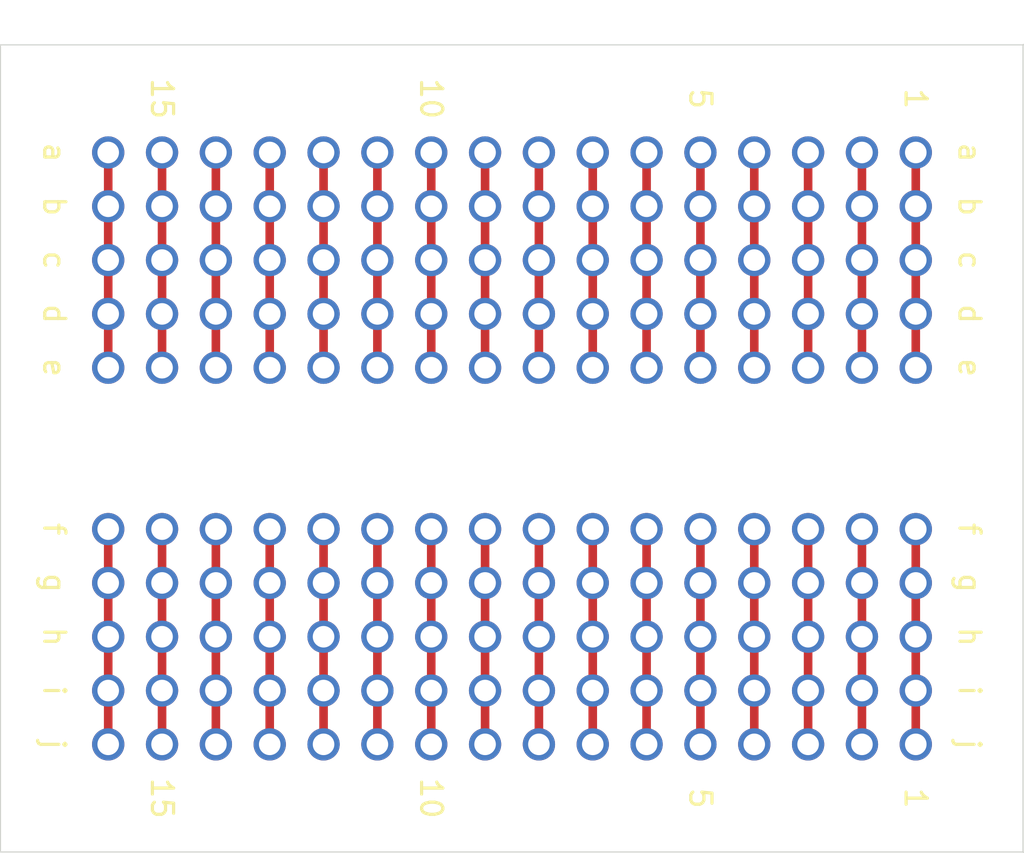
<source format=kicad_pcb>
(kicad_pcb (version 20171130) (host pcbnew 5.1.9-73d0e3b20d~88~ubuntu20.04.1)

  (general
    (thickness 1.6)
    (drawings 32)
    (tracks 32)
    (zones 0)
    (modules 3)
    (nets 1)
  )

  (page A4)
  (layers
    (0 F.Cu signal)
    (31 B.Cu signal)
    (32 B.Adhes user)
    (33 F.Adhes user)
    (34 B.Paste user)
    (35 F.Paste user)
    (36 B.SilkS user)
    (37 F.SilkS user)
    (38 B.Mask user)
    (39 F.Mask user)
    (40 Dwgs.User user)
    (41 Cmts.User user)
    (42 Eco1.User user)
    (43 Eco2.User user)
    (44 Edge.Cuts user)
    (45 Margin user)
    (46 B.CrtYd user)
    (47 F.CrtYd user)
    (48 B.Fab user)
    (49 F.Fab user)
  )

  (setup
    (last_trace_width 0.4064)
    (trace_clearance 0.2032)
    (zone_clearance 0.508)
    (zone_45_only no)
    (trace_min 0.2032)
    (via_size 0.8128)
    (via_drill 0.4064)
    (via_min_size 0.4064)
    (via_min_drill 0.3048)
    (uvia_size 0.3048)
    (uvia_drill 0.1016)
    (uvias_allowed no)
    (uvia_min_size 0.2032)
    (uvia_min_drill 0.1016)
    (edge_width 0.05)
    (segment_width 0.2)
    (pcb_text_width 0.3)
    (pcb_text_size 1.5 1.5)
    (mod_edge_width 0.12)
    (mod_text_size 1 1)
    (mod_text_width 0.15)
    (pad_size 1.524 1.524)
    (pad_drill 0.762)
    (pad_to_mask_clearance 0)
    (aux_axis_origin 0 0)
    (visible_elements FFFFFF7F)
    (pcbplotparams
      (layerselection 0x010fc_ffffffff)
      (usegerberextensions false)
      (usegerberattributes true)
      (usegerberadvancedattributes true)
      (creategerberjobfile true)
      (excludeedgelayer true)
      (linewidth 0.100000)
      (plotframeref false)
      (viasonmask false)
      (mode 1)
      (useauxorigin false)
      (hpglpennumber 1)
      (hpglpenspeed 20)
      (hpglpendiameter 15.000000)
      (psnegative false)
      (psa4output false)
      (plotreference true)
      (plotvalue true)
      (plotinvisibletext false)
      (padsonsilk false)
      (subtractmaskfromsilk false)
      (outputformat 1)
      (mirror false)
      (drillshape 0)
      (scaleselection 1)
      (outputdirectory "out/"))
  )

  (net 0 "")

  (net_class Default "This is the default net class."
    (clearance 0.2032)
    (trace_width 0.4064)
    (via_dia 0.8128)
    (via_drill 0.4064)
    (uvia_dia 0.3048)
    (uvia_drill 0.1016)
    (diff_pair_width 0.2032)
    (diff_pair_gap 0.2032)
  )

  (module ProtoPCBs:ProtoPCB_16_No_Rails (layer F.Cu) (tedit 6011E029) (tstamp 601333F0)
    (at 193.04 66.04)
    (fp_text reference REF** (at 0 -7.62) (layer F.SilkS) hide
      (effects (font (size 1 1) (thickness 0.15)))
    )
    (fp_text value ProtoPCB_16_No_Rails (at 3.81 -6.35) (layer F.Fab)
      (effects (font (size 1 1) (thickness 0.15)))
    )
    (pad 1 thru_hole circle (at 0 17.78) (size 1.524 1.524) (drill 1.016) (layers *.Cu *.Mask))
    (pad 1 thru_hole circle (at 0 27.94) (size 1.524 1.524) (drill 1.016) (layers *.Cu *.Mask))
    (pad 1 thru_hole circle (at 10.16 20.32) (size 1.524 1.524) (drill 1.016) (layers *.Cu *.Mask))
    (pad 1 thru_hole circle (at 35.56 27.94) (size 1.524 1.524) (drill 1.016) (layers *.Cu *.Mask))
    (pad 1 thru_hole circle (at 35.56 22.86) (size 1.524 1.524) (drill 1.016) (layers *.Cu *.Mask))
    (pad 1 thru_hole circle (at 33.02 17.78) (size 1.524 1.524) (drill 1.016) (layers *.Cu *.Mask))
    (pad 1 thru_hole circle (at 22.86 27.94) (size 1.524 1.524) (drill 1.016) (layers *.Cu *.Mask))
    (pad 1 thru_hole circle (at 12.7 20.32) (size 1.524 1.524) (drill 1.016) (layers *.Cu *.Mask))
    (pad 1 thru_hole circle (at 20.32 22.86) (size 1.524 1.524) (drill 1.016) (layers *.Cu *.Mask))
    (pad 1 thru_hole circle (at 30.48 17.78) (size 1.524 1.524) (drill 1.016) (layers *.Cu *.Mask))
    (pad 1 thru_hole circle (at 38.1 25.4) (size 1.524 1.524) (drill 1.016) (layers *.Cu *.Mask))
    (pad 1 thru_hole circle (at 0 20.32) (size 1.524 1.524) (drill 1.016) (layers *.Cu *.Mask))
    (pad 1 thru_hole circle (at 20.32 20.32) (size 1.524 1.524) (drill 1.016) (layers *.Cu *.Mask))
    (pad 1 thru_hole circle (at 20.32 27.94) (size 1.524 1.524) (drill 1.016) (layers *.Cu *.Mask))
    (pad 1 thru_hole circle (at 27.94 25.4) (size 1.524 1.524) (drill 1.016) (layers *.Cu *.Mask))
    (pad 1 thru_hole circle (at 27.94 27.94) (size 1.524 1.524) (drill 1.016) (layers *.Cu *.Mask))
    (pad 1 thru_hole circle (at 12.7 17.78) (size 1.524 1.524) (drill 1.016) (layers *.Cu *.Mask))
    (pad 1 thru_hole circle (at 27.94 20.32) (size 1.524 1.524) (drill 1.016) (layers *.Cu *.Mask))
    (pad 1 thru_hole circle (at 2.54 27.94) (size 1.524 1.524) (drill 1.016) (layers *.Cu *.Mask))
    (pad 1 thru_hole circle (at 5.08 22.86) (size 1.524 1.524) (drill 1.016) (layers *.Cu *.Mask))
    (pad 1 thru_hole circle (at 33.02 22.86) (size 1.524 1.524) (drill 1.016) (layers *.Cu *.Mask))
    (pad 1 thru_hole circle (at 20.32 25.4) (size 1.524 1.524) (drill 1.016) (layers *.Cu *.Mask))
    (pad 1 thru_hole circle (at 38.1 20.32) (size 1.524 1.524) (drill 1.016) (layers *.Cu *.Mask))
    (pad 1 thru_hole circle (at 25.4 20.32) (size 1.524 1.524) (drill 1.016) (layers *.Cu *.Mask))
    (pad 1 thru_hole circle (at 15.24 25.4) (size 1.524 1.524) (drill 1.016) (layers *.Cu *.Mask))
    (pad 1 thru_hole circle (at 38.1 27.94) (size 1.524 1.524) (drill 1.016) (layers *.Cu *.Mask))
    (pad 1 thru_hole circle (at 30.48 25.4) (size 1.524 1.524) (drill 1.016) (layers *.Cu *.Mask))
    (pad 1 thru_hole circle (at 30.48 27.94) (size 1.524 1.524) (drill 1.016) (layers *.Cu *.Mask))
    (pad 1 thru_hole circle (at 25.4 27.94) (size 1.524 1.524) (drill 1.016) (layers *.Cu *.Mask))
    (pad 1 thru_hole circle (at 10.16 22.86) (size 1.524 1.524) (drill 1.016) (layers *.Cu *.Mask))
    (pad 1 thru_hole circle (at 7.62 22.86) (size 1.524 1.524) (drill 1.016) (layers *.Cu *.Mask))
    (pad 1 thru_hole circle (at 15.24 17.78) (size 1.524 1.524) (drill 1.016) (layers *.Cu *.Mask))
    (pad 1 thru_hole circle (at 22.86 17.78) (size 1.524 1.524) (drill 1.016) (layers *.Cu *.Mask))
    (pad 1 thru_hole circle (at 25.4 25.4) (size 1.524 1.524) (drill 1.016) (layers *.Cu *.Mask))
    (pad 1 thru_hole circle (at 25.4 22.86) (size 1.524 1.524) (drill 1.016) (layers *.Cu *.Mask))
    (pad 1 thru_hole circle (at 35.56 25.4) (size 1.524 1.524) (drill 1.016) (layers *.Cu *.Mask))
    (pad 1 thru_hole circle (at 27.94 17.78) (size 1.524 1.524) (drill 1.016) (layers *.Cu *.Mask))
    (pad 1 thru_hole circle (at 22.86 25.4) (size 1.524 1.524) (drill 1.016) (layers *.Cu *.Mask))
    (pad 1 thru_hole circle (at 7.62 25.4) (size 1.524 1.524) (drill 1.016) (layers *.Cu *.Mask))
    (pad 1 thru_hole circle (at 27.94 22.86) (size 1.524 1.524) (drill 1.016) (layers *.Cu *.Mask))
    (pad 1 thru_hole circle (at 35.56 17.78) (size 1.524 1.524) (drill 1.016) (layers *.Cu *.Mask))
    (pad 1 thru_hole circle (at 7.62 27.94) (size 1.524 1.524) (drill 1.016) (layers *.Cu *.Mask))
    (pad 1 thru_hole circle (at 22.86 22.86) (size 1.524 1.524) (drill 1.016) (layers *.Cu *.Mask))
    (pad 1 thru_hole circle (at 38.1 17.78) (size 1.524 1.524) (drill 1.016) (layers *.Cu *.Mask))
    (pad 1 thru_hole circle (at 15.24 27.94) (size 1.524 1.524) (drill 1.016) (layers *.Cu *.Mask))
    (pad 1 thru_hole circle (at 15.24 22.86) (size 1.524 1.524) (drill 1.016) (layers *.Cu *.Mask))
    (pad 1 thru_hole circle (at 10.16 17.78) (size 1.524 1.524) (drill 1.016) (layers *.Cu *.Mask))
    (pad 1 thru_hole circle (at 17.78 25.4) (size 1.524 1.524) (drill 1.016) (layers *.Cu *.Mask))
    (pad 1 thru_hole circle (at 7.62 17.78) (size 1.524 1.524) (drill 1.016) (layers *.Cu *.Mask))
    (pad 1 thru_hole circle (at 22.86 20.32) (size 1.524 1.524) (drill 1.016) (layers *.Cu *.Mask))
    (pad 1 thru_hole circle (at 2.54 25.4) (size 1.524 1.524) (drill 1.016) (layers *.Cu *.Mask))
    (pad 1 thru_hole circle (at 12.7 25.4) (size 1.524 1.524) (drill 1.016) (layers *.Cu *.Mask))
    (pad 1 thru_hole circle (at 30.48 20.32) (size 1.524 1.524) (drill 1.016) (layers *.Cu *.Mask))
    (pad 1 thru_hole circle (at 33.02 20.32) (size 1.524 1.524) (drill 1.016) (layers *.Cu *.Mask))
    (pad 1 thru_hole circle (at 20.32 17.78) (size 1.524 1.524) (drill 1.016) (layers *.Cu *.Mask))
    (pad 1 thru_hole circle (at 35.56 20.32) (size 1.524 1.524) (drill 1.016) (layers *.Cu *.Mask))
    (pad 1 thru_hole circle (at 33.02 27.94) (size 1.524 1.524) (drill 1.016) (layers *.Cu *.Mask))
    (pad 1 thru_hole circle (at 5.08 17.78) (size 1.524 1.524) (drill 1.016) (layers *.Cu *.Mask))
    (pad 1 thru_hole circle (at 2.54 22.86) (size 1.524 1.524) (drill 1.016) (layers *.Cu *.Mask))
    (pad 1 thru_hole circle (at 17.78 17.78) (size 1.524 1.524) (drill 1.016) (layers *.Cu *.Mask))
    (pad 1 thru_hole circle (at 0 25.4) (size 1.524 1.524) (drill 1.016) (layers *.Cu *.Mask))
    (pad 1 thru_hole circle (at 17.78 20.32) (size 1.524 1.524) (drill 1.016) (layers *.Cu *.Mask))
    (pad 1 thru_hole circle (at 38.1 22.86) (size 1.524 1.524) (drill 1.016) (layers *.Cu *.Mask))
    (pad 1 thru_hole circle (at 15.24 20.32) (size 1.524 1.524) (drill 1.016) (layers *.Cu *.Mask))
    (pad 1 thru_hole circle (at 30.48 22.86) (size 1.524 1.524) (drill 1.016) (layers *.Cu *.Mask))
    (pad 1 thru_hole circle (at 12.7 27.94) (size 1.524 1.524) (drill 1.016) (layers *.Cu *.Mask))
    (pad 1 thru_hole circle (at 12.7 22.86) (size 1.524 1.524) (drill 1.016) (layers *.Cu *.Mask))
    (pad 1 thru_hole circle (at 2.54 20.32) (size 1.524 1.524) (drill 1.016) (layers *.Cu *.Mask))
    (pad 1 thru_hole circle (at 5.08 27.94) (size 1.524 1.524) (drill 1.016) (layers *.Cu *.Mask))
    (pad 1 thru_hole circle (at 17.78 27.94) (size 1.524 1.524) (drill 1.016) (layers *.Cu *.Mask))
    (pad 1 thru_hole circle (at 17.78 22.86) (size 1.524 1.524) (drill 1.016) (layers *.Cu *.Mask))
    (pad 1 thru_hole circle (at 33.02 25.4) (size 1.524 1.524) (drill 1.016) (layers *.Cu *.Mask))
    (pad 1 thru_hole circle (at 25.4 17.78) (size 1.524 1.524) (drill 1.016) (layers *.Cu *.Mask))
    (pad 1 thru_hole circle (at 10.16 27.94) (size 1.524 1.524) (drill 1.016) (layers *.Cu *.Mask))
    (pad 1 thru_hole circle (at 0 22.86) (size 1.524 1.524) (drill 1.016) (layers *.Cu *.Mask))
    (pad 1 thru_hole circle (at 5.08 20.32) (size 1.524 1.524) (drill 1.016) (layers *.Cu *.Mask))
    (pad 1 thru_hole circle (at 7.62 20.32) (size 1.524 1.524) (drill 1.016) (layers *.Cu *.Mask))
    (pad 1 thru_hole circle (at 2.54 17.78) (size 1.524 1.524) (drill 1.016) (layers *.Cu *.Mask))
    (pad 1 thru_hole circle (at 5.08 25.4) (size 1.524 1.524) (drill 1.016) (layers *.Cu *.Mask))
    (pad 1 thru_hole circle (at 10.16 25.4) (size 1.524 1.524) (drill 1.016) (layers *.Cu *.Mask))
    (pad 1 thru_hole circle (at 20.32 0) (size 1.524 1.524) (drill 1.016) (layers *.Cu *.Mask))
    (pad 1 thru_hole circle (at 20.32 10.16) (size 1.524 1.524) (drill 1.016) (layers *.Cu *.Mask))
    (pad 1 thru_hole circle (at 30.48 2.54) (size 1.524 1.524) (drill 1.016) (layers *.Cu *.Mask))
    (pad 1 thru_hole circle (at 33.02 2.54) (size 1.524 1.524) (drill 1.016) (layers *.Cu *.Mask))
    (pad 1 thru_hole circle (at 20.32 2.54) (size 1.524 1.524) (drill 1.016) (layers *.Cu *.Mask))
    (pad 1 thru_hole circle (at 33.02 0) (size 1.524 1.524) (drill 1.016) (layers *.Cu *.Mask))
    (pad 1 thru_hole circle (at 22.86 10.16) (size 1.524 1.524) (drill 1.016) (layers *.Cu *.Mask))
    (pad 1 thru_hole circle (at 25.4 5.08) (size 1.524 1.524) (drill 1.016) (layers *.Cu *.Mask))
    (pad 1 thru_hole circle (at 35.56 7.62) (size 1.524 1.524) (drill 1.016) (layers *.Cu *.Mask))
    (pad 1 thru_hole circle (at 30.48 5.08) (size 1.524 1.524) (drill 1.016) (layers *.Cu *.Mask))
    (pad 1 thru_hole circle (at 27.94 5.08) (size 1.524 1.524) (drill 1.016) (layers *.Cu *.Mask))
    (pad 1 thru_hole circle (at 35.56 0) (size 1.524 1.524) (drill 1.016) (layers *.Cu *.Mask))
    (pad 1 thru_hole circle (at 27.94 7.62) (size 1.524 1.524) (drill 1.016) (layers *.Cu *.Mask))
    (pad 1 thru_hole circle (at 27.94 10.16) (size 1.524 1.524) (drill 1.016) (layers *.Cu *.Mask))
    (pad 1 thru_hole circle (at 35.56 10.16) (size 1.524 1.524) (drill 1.016) (layers *.Cu *.Mask))
    (pad 1 thru_hole circle (at 35.56 5.08) (size 1.524 1.524) (drill 1.016) (layers *.Cu *.Mask))
    (pad 1 thru_hole circle (at 30.48 0) (size 1.524 1.524) (drill 1.016) (layers *.Cu *.Mask))
    (pad 1 thru_hole circle (at 38.1 7.62) (size 1.524 1.524) (drill 1.016) (layers *.Cu *.Mask))
    (pad 1 thru_hole circle (at 27.94 0) (size 1.524 1.524) (drill 1.016) (layers *.Cu *.Mask))
    (pad 1 thru_hole circle (at 22.86 7.62) (size 1.524 1.524) (drill 1.016) (layers *.Cu *.Mask))
    (pad 1 thru_hole circle (at 33.02 7.62) (size 1.524 1.524) (drill 1.016) (layers *.Cu *.Mask))
    (pad 1 thru_hole circle (at 25.4 0) (size 1.524 1.524) (drill 1.016) (layers *.Cu *.Mask))
    (pad 1 thru_hole circle (at 22.86 5.08) (size 1.524 1.524) (drill 1.016) (layers *.Cu *.Mask))
    (pad 1 thru_hole circle (at 38.1 0) (size 1.524 1.524) (drill 1.016) (layers *.Cu *.Mask))
    (pad 1 thru_hole circle (at 20.32 7.62) (size 1.524 1.524) (drill 1.016) (layers *.Cu *.Mask))
    (pad 1 thru_hole circle (at 38.1 2.54) (size 1.524 1.524) (drill 1.016) (layers *.Cu *.Mask))
    (pad 1 thru_hole circle (at 35.56 2.54) (size 1.524 1.524) (drill 1.016) (layers *.Cu *.Mask))
    (pad 1 thru_hole circle (at 33.02 10.16) (size 1.524 1.524) (drill 1.016) (layers *.Cu *.Mask))
    (pad 1 thru_hole circle (at 33.02 5.08) (size 1.524 1.524) (drill 1.016) (layers *.Cu *.Mask))
    (pad 1 thru_hole circle (at 22.86 2.54) (size 1.524 1.524) (drill 1.016) (layers *.Cu *.Mask))
    (pad 1 thru_hole circle (at 25.4 10.16) (size 1.524 1.524) (drill 1.016) (layers *.Cu *.Mask))
    (pad 1 thru_hole circle (at 38.1 10.16) (size 1.524 1.524) (drill 1.016) (layers *.Cu *.Mask))
    (pad 1 thru_hole circle (at 38.1 5.08) (size 1.524 1.524) (drill 1.016) (layers *.Cu *.Mask))
    (pad 1 thru_hole circle (at 30.48 10.16) (size 1.524 1.524) (drill 1.016) (layers *.Cu *.Mask))
    (pad 1 thru_hole circle (at 20.32 5.08) (size 1.524 1.524) (drill 1.016) (layers *.Cu *.Mask))
    (pad 1 thru_hole circle (at 25.4 2.54) (size 1.524 1.524) (drill 1.016) (layers *.Cu *.Mask))
    (pad 1 thru_hole circle (at 27.94 2.54) (size 1.524 1.524) (drill 1.016) (layers *.Cu *.Mask))
    (pad 1 thru_hole circle (at 22.86 0) (size 1.524 1.524) (drill 1.016) (layers *.Cu *.Mask))
    (pad 1 thru_hole circle (at 25.4 7.62) (size 1.524 1.524) (drill 1.016) (layers *.Cu *.Mask))
    (pad 1 thru_hole circle (at 30.48 7.62) (size 1.524 1.524) (drill 1.016) (layers *.Cu *.Mask))
    (pad 1 thru_hole circle (at 17.78 7.62) (size 1.524 1.524) (drill 1.016) (layers *.Cu *.Mask))
    (pad 1 thru_hole circle (at 17.78 0) (size 1.524 1.524) (drill 1.016) (layers *.Cu *.Mask))
    (pad 1 thru_hole circle (at 17.78 10.16) (size 1.524 1.524) (drill 1.016) (layers *.Cu *.Mask))
    (pad 1 thru_hole circle (at 17.78 5.08) (size 1.524 1.524) (drill 1.016) (layers *.Cu *.Mask))
    (pad 1 thru_hole circle (at 17.78 2.54) (size 1.524 1.524) (drill 1.016) (layers *.Cu *.Mask))
    (pad 1 thru_hole circle (at 15.24 2.54) (size 1.524 1.524) (drill 1.016) (layers *.Cu *.Mask))
    (pad 1 thru_hole circle (at 15.24 0) (size 1.524 1.524) (drill 1.016) (layers *.Cu *.Mask))
    (pad 1 thru_hole circle (at 15.24 7.62) (size 1.524 1.524) (drill 1.016) (layers *.Cu *.Mask))
    (pad 1 thru_hole circle (at 15.24 10.16) (size 1.524 1.524) (drill 1.016) (layers *.Cu *.Mask))
    (pad 1 thru_hole circle (at 15.24 5.08) (size 1.524 1.524) (drill 1.016) (layers *.Cu *.Mask))
    (pad 1 thru_hole circle (at 12.7 2.54) (size 1.524 1.524) (drill 1.016) (layers *.Cu *.Mask))
    (pad 1 thru_hole circle (at 12.7 5.08) (size 1.524 1.524) (drill 1.016) (layers *.Cu *.Mask))
    (pad 1 thru_hole circle (at 12.7 0) (size 1.524 1.524) (drill 1.016) (layers *.Cu *.Mask))
    (pad 1 thru_hole circle (at 12.7 10.16) (size 1.524 1.524) (drill 1.016) (layers *.Cu *.Mask))
    (pad 1 thru_hole circle (at 12.7 7.62) (size 1.524 1.524) (drill 1.016) (layers *.Cu *.Mask))
    (pad 1 thru_hole circle (at 10.16 5.08) (size 1.524 1.524) (drill 1.016) (layers *.Cu *.Mask))
    (pad 1 thru_hole circle (at 10.16 7.62) (size 1.524 1.524) (drill 1.016) (layers *.Cu *.Mask))
    (pad 1 thru_hole circle (at 10.16 10.16) (size 1.524 1.524) (drill 1.016) (layers *.Cu *.Mask))
    (pad 1 thru_hole circle (at 10.16 0) (size 1.524 1.524) (drill 1.016) (layers *.Cu *.Mask))
    (pad 1 thru_hole circle (at 10.16 2.54) (size 1.524 1.524) (drill 1.016) (layers *.Cu *.Mask))
    (pad 1 thru_hole circle (at 7.62 5.08) (size 1.524 1.524) (drill 1.016) (layers *.Cu *.Mask))
    (pad 1 thru_hole circle (at 7.62 0) (size 1.524 1.524) (drill 1.016) (layers *.Cu *.Mask))
    (pad 1 thru_hole circle (at 7.62 10.16) (size 1.524 1.524) (drill 1.016) (layers *.Cu *.Mask))
    (pad 1 thru_hole circle (at 7.62 2.54) (size 1.524 1.524) (drill 1.016) (layers *.Cu *.Mask))
    (pad 1 thru_hole circle (at 7.62 7.62) (size 1.524 1.524) (drill 1.016) (layers *.Cu *.Mask))
    (pad 1 thru_hole circle (at 5.08 10.16) (size 1.524 1.524) (drill 1.016) (layers *.Cu *.Mask))
    (pad 1 thru_hole circle (at 5.08 7.62) (size 1.524 1.524) (drill 1.016) (layers *.Cu *.Mask))
    (pad 1 thru_hole circle (at 5.08 5.08) (size 1.524 1.524) (drill 1.016) (layers *.Cu *.Mask))
    (pad 1 thru_hole circle (at 5.08 2.54) (size 1.524 1.524) (drill 1.016) (layers *.Cu *.Mask))
    (pad 1 thru_hole circle (at 5.08 0) (size 1.524 1.524) (drill 1.016) (layers *.Cu *.Mask))
    (pad 1 thru_hole circle (at 2.54 0) (size 1.524 1.524) (drill 1.016) (layers *.Cu *.Mask))
    (pad 1 thru_hole circle (at 2.54 10.16) (size 1.524 1.524) (drill 1.016) (layers *.Cu *.Mask))
    (pad 1 thru_hole circle (at 2.54 2.54) (size 1.524 1.524) (drill 1.016) (layers *.Cu *.Mask))
    (pad 1 thru_hole circle (at 2.54 7.62) (size 1.524 1.524) (drill 1.016) (layers *.Cu *.Mask))
    (pad 1 thru_hole circle (at 2.54 5.08) (size 1.524 1.524) (drill 1.016) (layers *.Cu *.Mask))
    (pad 1 thru_hole circle (at 0 10.16) (size 1.524 1.524) (drill 1.016) (layers *.Cu *.Mask))
    (pad 1 thru_hole circle (at 0 7.62) (size 1.524 1.524) (drill 1.016) (layers *.Cu *.Mask))
    (pad 1 thru_hole circle (at 0 5.08) (size 1.524 1.524) (drill 1.016) (layers *.Cu *.Mask))
    (pad 1 thru_hole circle (at 0 2.54) (size 1.524 1.524) (drill 1.016) (layers *.Cu *.Mask))
    (pad 1 thru_hole circle (at 0 0) (size 1.524 1.524) (drill 1.016) (layers *.Cu *.Mask))
  )

  (module MountingHole:MountingHole_3.2mm_M3 (layer F.Cu) (tedit 56D1B4CB) (tstamp 6013DD74)
    (at 194.31 80.01)
    (descr "Mounting Hole 3.2mm, no annular, M3")
    (tags "mounting hole 3.2mm no annular m3")
    (attr virtual)
    (fp_text reference REF** (at 0 -4.2) (layer F.SilkS) hide
      (effects (font (size 1 1) (thickness 0.15)))
    )
    (fp_text value MountingHole_3.2mm_M3 (at 0 4.2) (layer F.Fab) hide
      (effects (font (size 1 1) (thickness 0.15)))
    )
    (fp_circle (center 0 0) (end 3.2 0) (layer Cmts.User) (width 0.15))
    (fp_circle (center 0 0) (end 3.45 0) (layer F.CrtYd) (width 0.05))
    (fp_text user %R (at 0.3 0) (layer F.Fab) hide
      (effects (font (size 1 1) (thickness 0.15)))
    )
    (pad 1 np_thru_hole circle (at 0 0) (size 3.2 3.2) (drill 3.2) (layers *.Cu *.Mask))
  )

  (module MountingHole:MountingHole_3.2mm_M3 (layer F.Cu) (tedit 56D1B4CB) (tstamp 6013DD4A)
    (at 229.87 80.01)
    (descr "Mounting Hole 3.2mm, no annular, M3")
    (tags "mounting hole 3.2mm no annular m3")
    (attr virtual)
    (fp_text reference REF** (at 0 -4.2) (layer F.SilkS) hide
      (effects (font (size 1 1) (thickness 0.15)))
    )
    (fp_text value MountingHole_3.2mm_M3 (at 0 4.2) (layer F.Fab) hide
      (effects (font (size 1 1) (thickness 0.15)))
    )
    (fp_circle (center 0 0) (end 3.45 0) (layer F.CrtYd) (width 0.05))
    (fp_circle (center 0 0) (end 3.2 0) (layer Cmts.User) (width 0.15))
    (fp_text user %R (at 0.3 0) (layer F.Fab) hide
      (effects (font (size 1 1) (thickness 0.15)))
    )
    (pad 1 np_thru_hole circle (at 0 0) (size 3.2 3.2) (drill 3.2) (layers *.Cu *.Mask))
  )

  (gr_line (start 187.96 99.06) (end 236.22 99.06) (layer Edge.Cuts) (width 0.05) (tstamp 6011FD1E))
  (gr_line (start 187.96 60.96) (end 236.22 60.96) (layer Edge.Cuts) (width 0.05) (tstamp 6011FD1D))
  (gr_text a (at 190.5 66.04 -90) (layer F.SilkS) (tstamp 60120AC0)
    (effects (font (size 1 1) (thickness 0.15)))
  )
  (gr_text b (at 190.5 68.58 -90) (layer F.SilkS) (tstamp 60120ABF)
    (effects (font (size 1 1) (thickness 0.15)))
  )
  (gr_text c (at 190.5 71.12 -90) (layer F.SilkS) (tstamp 60120ABE)
    (effects (font (size 1 1) (thickness 0.15)))
  )
  (gr_text d (at 190.5 73.66 -90) (layer F.SilkS) (tstamp 60120ABD)
    (effects (font (size 1 1) (thickness 0.15)))
  )
  (gr_text e (at 190.5 76.2 -90) (layer F.SilkS) (tstamp 60120ABC)
    (effects (font (size 1 1) (thickness 0.15)))
  )
  (gr_text f (at 190.5 83.82 -90) (layer F.SilkS) (tstamp 60120ABB)
    (effects (font (size 1 1) (thickness 0.15)))
  )
  (gr_text g (at 190.5 86.36 -90) (layer F.SilkS) (tstamp 60120ABA)
    (effects (font (size 1 1) (thickness 0.15)))
  )
  (gr_text h (at 190.5 88.9 -90) (layer F.SilkS) (tstamp 60120AB9)
    (effects (font (size 1 1) (thickness 0.15)))
  )
  (gr_text i (at 190.5 91.44 -90) (layer F.SilkS) (tstamp 60120AB8)
    (effects (font (size 1 1) (thickness 0.15)))
  )
  (gr_text j (at 190.5 93.98 -90) (layer F.SilkS) (tstamp 60120AB7)
    (effects (font (size 1 1) (thickness 0.15)))
  )
  (gr_line (start 187.96 60.96) (end 187.96 99.06) (layer Edge.Cuts) (width 0.05))
  (gr_line (start 236.22 60.96) (end 236.22 99.06) (layer Edge.Cuts) (width 0.1))
  (gr_text j (at 233.68 93.98 -90) (layer F.SilkS) (tstamp 6013C965)
    (effects (font (size 1 1) (thickness 0.15)))
  )
  (gr_text i (at 233.68 91.44 -90) (layer F.SilkS) (tstamp 6013C962)
    (effects (font (size 1 1) (thickness 0.15)))
  )
  (gr_text h (at 233.68 88.9 -90) (layer F.SilkS) (tstamp 6013C95F)
    (effects (font (size 1 1) (thickness 0.15)))
  )
  (gr_text g (at 233.68 86.36 -90) (layer F.SilkS) (tstamp 6013C95C)
    (effects (font (size 1 1) (thickness 0.15)))
  )
  (gr_text f (at 233.68 83.82 -90) (layer F.SilkS) (tstamp 6013C959)
    (effects (font (size 1 1) (thickness 0.15)))
  )
  (gr_text e (at 233.68 76.2 -90) (layer F.SilkS) (tstamp 6013C956)
    (effects (font (size 1 1) (thickness 0.15)))
  )
  (gr_text d (at 233.68 73.66 -90) (layer F.SilkS) (tstamp 6013C952)
    (effects (font (size 1 1) (thickness 0.15)))
  )
  (gr_text c (at 233.68 71.12 -90) (layer F.SilkS) (tstamp 6013C94F)
    (effects (font (size 1 1) (thickness 0.15)))
  )
  (gr_text b (at 233.68 68.58 -90) (layer F.SilkS) (tstamp 6013C94B)
    (effects (font (size 1 1) (thickness 0.15)))
  )
  (gr_text a (at 233.68 66.04 -90) (layer F.SilkS) (tstamp 6013C947)
    (effects (font (size 1 1) (thickness 0.15)))
  )
  (gr_text 5 (at 220.98 96.52 -90) (layer F.SilkS) (tstamp 6013C5B3)
    (effects (font (size 1 1) (thickness 0.15)))
  )
  (gr_text 1 (at 231.14 96.52 270) (layer F.SilkS) (tstamp 6013C5AF)
    (effects (font (size 1 1) (thickness 0.15)))
  )
  (gr_text 10 (at 208.28 96.52 -90) (layer F.SilkS) (tstamp 6013C5AA)
    (effects (font (size 1 1) (thickness 0.15)))
  )
  (gr_text 15 (at 195.58 96.52 -90) (layer F.SilkS) (tstamp 6013C5A8)
    (effects (font (size 1 1) (thickness 0.15)))
  )
  (gr_text 15 (at 195.58 63.5 -90) (layer F.SilkS) (tstamp 60134D9B)
    (effects (font (size 1 1) (thickness 0.15)))
  )
  (gr_text 10 (at 208.28 63.5 -90) (layer F.SilkS) (tstamp 60134D98)
    (effects (font (size 1 1) (thickness 0.15)))
  )
  (gr_text 5 (at 220.98 63.5 -90) (layer F.SilkS) (tstamp 60134D93)
    (effects (font (size 1 1) (thickness 0.15)))
  )
  (gr_text 1 (at 231.14 63.5 270) (layer F.SilkS)
    (effects (font (size 1 1) (thickness 0.15)))
  )

  (segment (start 203.2 66.04) (end 203.2 76.2) (width 0.4064) (layer F.Cu) (net 0) (tstamp 60133EDB))
  (segment (start 193.04 66.04) (end 193.04 76.2) (width 0.4064) (layer F.Cu) (net 0) (tstamp 60133EDC))
  (segment (start 200.66 66.04) (end 200.66 76.2) (width 0.4064) (layer F.Cu) (net 0) (tstamp 60133EDD))
  (segment (start 205.74 66.04) (end 205.74 76.2) (width 0.4064) (layer F.Cu) (net 0) (tstamp 60133EDE))
  (segment (start 195.58 66.04) (end 195.58 76.2) (width 0.4064) (layer F.Cu) (net 0) (tstamp 60133EDF))
  (segment (start 208.28 66.04) (end 208.28 76.2) (width 0.4064) (layer F.Cu) (net 0) (tstamp 60133EE0))
  (segment (start 198.12 66.04) (end 198.12 76.2) (width 0.4064) (layer F.Cu) (net 0) (tstamp 60133EE1))
  (segment (start 210.82 66.04) (end 210.82 76.2) (width 0.4064) (layer F.Cu) (net 0) (tstamp 60133EE2))
  (segment (start 215.9 66.04) (end 215.9 76.2) (width 0.4064) (layer F.Cu) (net 0) (tstamp 60133EEB))
  (segment (start 218.44 66.04) (end 218.44 76.2) (width 0.4064) (layer F.Cu) (net 0) (tstamp 60133EEC))
  (segment (start 220.98 66.04) (end 220.98 76.2) (width 0.4064) (layer F.Cu) (net 0) (tstamp 60133EED))
  (segment (start 228.6 66.04) (end 228.6 76.2) (width 0.4064) (layer F.Cu) (net 0) (tstamp 60133EEE))
  (segment (start 223.52 66.04) (end 223.52 76.2) (width 0.4064) (layer F.Cu) (net 0) (tstamp 60133EEF))
  (segment (start 213.36 66.04) (end 213.36 76.2) (width 0.4064) (layer F.Cu) (net 0) (tstamp 60133EF0))
  (segment (start 231.14 66.04) (end 231.14 76.2) (width 0.4064) (layer F.Cu) (net 0) (tstamp 60133EF1))
  (segment (start 226.06 66.04) (end 226.06 76.2) (width 0.4064) (layer F.Cu) (net 0) (tstamp 60133EF2))
  (segment (start 195.58 83.82) (end 195.58 93.98) (width 0.4064) (layer F.Cu) (net 0) (tstamp 60133EFE))
  (segment (start 213.36 83.82) (end 213.36 93.98) (width 0.4064) (layer F.Cu) (net 0) (tstamp 60133F00))
  (segment (start 220.98 83.82) (end 220.98 93.98) (width 0.4064) (layer F.Cu) (net 0) (tstamp 60133F07))
  (segment (start 228.6 83.82) (end 228.6 93.98) (width 0.4064) (layer F.Cu) (net 0) (tstamp 60133F0E))
  (segment (start 198.12 83.82) (end 198.12 93.98) (width 0.4064) (layer F.Cu) (net 0) (tstamp 60133F13))
  (segment (start 218.44 83.82) (end 218.44 93.98) (width 0.4064) (layer F.Cu) (net 0) (tstamp 60133F15))
  (segment (start 200.66 83.82) (end 200.66 93.98) (width 0.4064) (layer F.Cu) (net 0) (tstamp 60133F16))
  (segment (start 208.28 83.82) (end 208.28 93.98) (width 0.4064) (layer F.Cu) (net 0) (tstamp 60133F17))
  (segment (start 203.2 83.82) (end 203.2 93.98) (width 0.4064) (layer F.Cu) (net 0) (tstamp 60133F21))
  (segment (start 231.14 83.82) (end 231.14 93.98) (width 0.4064) (layer F.Cu) (net 0) (tstamp 60133F26))
  (segment (start 226.06 83.82) (end 226.06 93.98) (width 0.4064) (layer F.Cu) (net 0) (tstamp 60133F2B))
  (segment (start 193.04 83.82) (end 193.04 93.98) (width 0.4064) (layer F.Cu) (net 0) (tstamp 60133F2C))
  (segment (start 210.82 83.82) (end 210.82 93.98) (width 0.4064) (layer F.Cu) (net 0) (tstamp 60133F2D))
  (segment (start 205.74 83.82) (end 205.74 93.98) (width 0.4064) (layer F.Cu) (net 0) (tstamp 60133F34))
  (segment (start 223.52 83.82) (end 223.52 93.98) (width 0.4064) (layer F.Cu) (net 0) (tstamp 60133F38))
  (segment (start 215.9 83.82) (end 215.9 93.98) (width 0.4064) (layer F.Cu) (net 0) (tstamp 60133F39))

)

</source>
